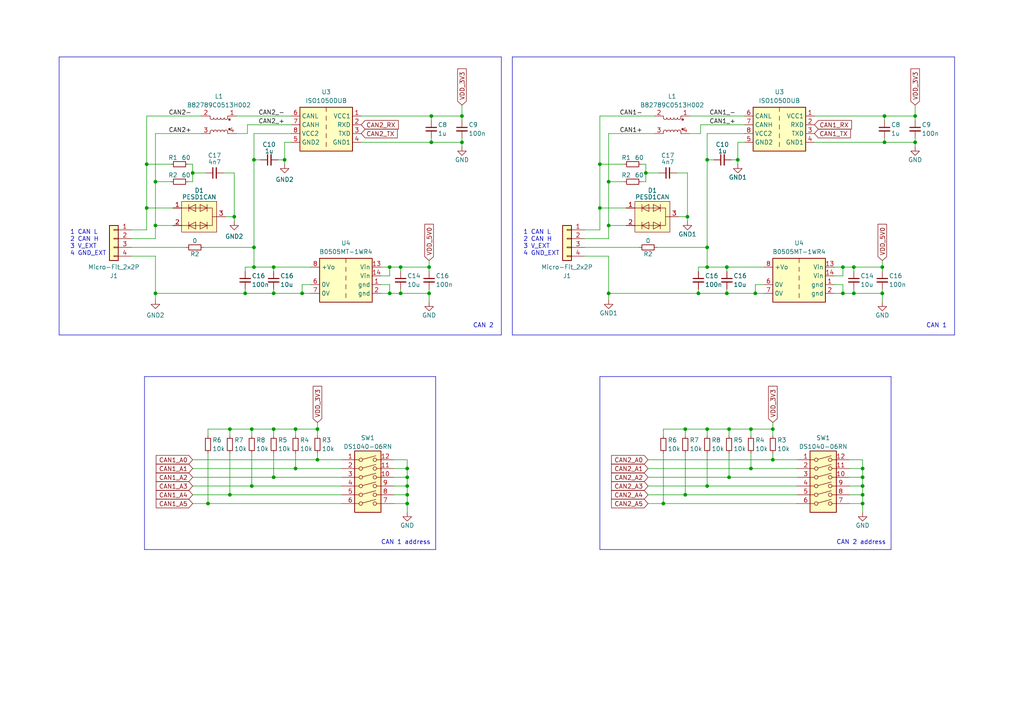
<source format=kicad_sch>
(kicad_sch (version 20230121) (generator eeschema)
  (paper "A4")
  (lib_symbols
    (symbol "Connector_Generic:Conn_01x04" (pin_names (offset 1.016) hide)
      (property "Reference" "J" (at 0 5.08 0))
      (property "Value" "Conn_01x04" (at 0 -7.62 0))
      (symbol "Conn_01x04_1_1"
        (pin passive line (at -5.08 2.54 0) (length 3.81) (name "Pin_1") (number "1"))
        (pin passive line (at -5.08 0 0) (length 3.81) (name "Pin_2") (number "2"))
        (pin passive line (at -5.08 -2.54 0) (length 3.81) (name "Pin_3") (number "3"))
        (pin passive line (at -5.08 -5.08 0) (length 3.81) (name "Pin_4") (number "4"))
      )
    )
    (symbol "Device:C_Small" (pin_numbers hide) (pin_names (offset 0.254) hide)
      (property "Reference" "C" (at 0.254 1.778 0))
      (property "Value" "C_Small" (at 0.254 -2.032 0))
      (symbol "C_Small_1_1"
        (pin passive line (at 0 2.54 270) (length 2.032) (name "~") (number "1"))
        (pin passive line (at 0 -2.54 90) (length 2.032) (name "~") (number "2"))
      )
    )
    (symbol "Device:L_Coupled_1243" (pin_names (offset 0.254) hide)
      (property "Reference" "L" (at 0 4.445 0))
      (property "Value" "L_Coupled_1243" (at 0 -4.445 0))
      (symbol "L_Coupled_1243_1_1"
        (pin passive line (at -5.08 2.54 0) (length 2.54) (name "1") (number "1"))
        (pin passive line (at 5.08 2.54 180) (length 2.54) (name "2") (number "2"))
        (pin passive line (at 5.08 -2.54 180) (length 2.54) (name "3") (number "3"))
        (pin passive line (at -5.08 -2.54 0) (length 2.54) (name "4") (number "4"))
      )
    )
    (symbol "Device:R_Small" (pin_numbers hide) (pin_names (offset 0.254) hide)
      (property "Reference" "R" (at 0.762 0.508 0))
      (property "Value" "R_Small" (at 0.762 -1.016 0))
      (symbol "R_Small_1_1"
        (pin passive line (at 0 2.54 270) (length 0.762) (name "~") (number "1"))
        (pin passive line (at 0 -2.54 90) (length 0.762) (name "~") (number "2"))
      )
    )
    (symbol "ISO1050DUB_1"
      (property "Reference" "U4" (at 0 9.525 0))
      (property "Value" "ISO1050DUB" (at 0 6.985 0))
      (symbol "ISO1050DUB_1_1_1"
        (pin input line (at -10.16 -2.54 0) (length 2.54) (name "gnd") (number "1"))
        (pin power_in line (at -10.16 2.54 0) (length 2.54) (name "Vin") (number "13"))
        (pin output line (at -10.16 0 0) (length 2.54) (name "Vin") (number "14"))
        (pin power_in line (at -10.16 -5.08 0) (length 2.54) (name "gnd") (number "2"))
        (pin power_in line (at 10.16 -2.54 180) (length 2.54) (name "0V") (number "6"))
        (pin power_in line (at 10.16 -5.08 180) (length 2.54) (name "0V") (number "7"))
        (pin bidirectional line (at 10.16 2.54 180) (length 2.54) (name "+Vo") (number "8"))
      )
    )
    (symbol "Interface_CAN_LIN:ISO1050DUB"
      (property "Reference" "U3" (at 0 9.525 0))
      (property "Value" "ISO1050DUB" (at 0 6.985 0))
      (symbol "ISO1050DUB_1_1"
        (pin power_in line (at -10.16 2.54 0) (length 2.54) (name "VCC1") (number "1"))
        (pin output line (at -10.16 0 0) (length 2.54) (name "RXD") (number "2"))
        (pin input line (at -10.16 -2.54 0) (length 2.54) (name "TXD") (number "3"))
        (pin power_in line (at -10.16 -5.08 0) (length 2.54) (name "GND1") (number "4"))
        (pin power_in line (at 10.16 -5.08 180) (length 2.54) (name "GND2") (number "5"))
        (pin bidirectional line (at 10.16 2.54 180) (length 2.54) (name "CANL") (number "6"))
        (pin bidirectional line (at 10.16 0 180) (length 2.54) (name "CANH") (number "7"))
        (pin power_in line (at 10.16 -2.54 180) (length 2.54) (name "VCC2") (number "8"))
      )
    )
    (symbol "Power_Protection:PRTR5V0U2X" (pin_names (offset 0))
      (property "Reference" "D1" (at -7.62 0 90))
      (property "Value" "PESD1CAN" (at -5.715 2.54 90))
      (symbol "PRTR5V0U2X_1_1"
        (pin passive line (at -2.54 -5.08 90) (length 2.54) (name "") (number "1"))
        (pin passive line (at 2.54 -5.08 90) (length 2.54) (name "") (number "2"))
        (pin passive line (at 0 10.16 270) (length 2.54) (name "") (number "3"))
      )
    )
    (symbol "Switch:SW_DIP_x06" (pin_names (offset 0) hide)
      (property "Reference" "SW" (at 0 11.43 0))
      (property "Value" "SW_DIP_x06" (at 0 -8.89 0))
      (symbol "SW_DIP_x06_1_1"
        (pin passive line (at -7.62 7.62 0) (length 5.08) (name "~") (number "1"))
        (pin passive line (at 7.62 2.54 180) (length 5.08) (name "~") (number "10"))
        (pin passive line (at 7.62 5.08 180) (length 5.08) (name "~") (number "11"))
        (pin passive line (at 7.62 7.62 180) (length 5.08) (name "~") (number "12"))
        (pin passive line (at -7.62 5.08 0) (length 5.08) (name "~") (number "2"))
        (pin passive line (at -7.62 2.54 0) (length 5.08) (name "~") (number "3"))
        (pin passive line (at -7.62 0 0) (length 5.08) (name "~") (number "4"))
        (pin passive line (at -7.62 -2.54 0) (length 5.08) (name "~") (number "5"))
        (pin passive line (at -7.62 -5.08 0) (length 5.08) (name "~") (number "6"))
        (pin passive line (at 7.62 -5.08 180) (length 5.08) (name "~") (number "7"))
        (pin passive line (at 7.62 -2.54 180) (length 5.08) (name "~") (number "8"))
        (pin passive line (at 7.62 0 180) (length 5.08) (name "~") (number "9"))
      )
    )
    (symbol "power:GND" (power) (pin_names (offset 0))
      (property "Value" "GND" (at 0 -3.81 0))
      (symbol "GND_1_1"
        (pin power_in line (at 0 0 270) (length 0) hide (name "GND") (number "1"))
      )
    )
    (symbol "power:GND1" (power) (pin_names (offset 0))
      (property "Value" "GND1" (at 0 -3.81 0))
      (symbol "GND1_1_1"
        (pin power_in line (at 0 0 270) (length 0) hide (name "GND1") (number "1"))
      )
    )
    (symbol "power:GND2" (power) (pin_names (offset 0))
      (property "Value" "GND2" (at 0 -3.81 0))
      (symbol "GND2_1_1"
        (pin power_in line (at 0 0 270) (length 0) hide (name "GND2") (number "1"))
      )
    )
  )
  (junction (at 255.905 77.47))
  (junction (at 250.19 138.43))
  (junction (at 113.03 85.09))
  (junction (at 116.205 85.09))
  (junction (at 45.085 85.09))
  (junction (at 176.53 65.405))
  (junction (at 55.88 50.165))
  (junction (at 133.985 41.275))
  (junction (at 211.455 138.43))
  (junction (at 255.905 85.09))
  (junction (at 42.545 60.325))
  (junction (at 73.025 140.97))
  (junction (at 85.725 135.89))
  (junction (at 133.985 33.655))
  (junction (at 118.11 135.89))
  (junction (at 85.725 124.46))
  (junction (at 187.325 50.165))
  (junction (at 224.155 133.35))
  (junction (at 73.66 77.47))
  (junction (at 67.945 62.865))
  (junction (at 79.375 124.46))
  (junction (at 66.675 124.46))
  (junction (at 118.11 140.97))
  (junction (at 176.53 85.09))
  (junction (at 92.075 133.35))
  (junction (at 205.105 124.46))
  (junction (at 113.03 77.47))
  (junction (at 73.66 46.355))
  (junction (at 224.155 124.46))
  (junction (at 199.39 62.865))
  (junction (at 79.375 77.47))
  (junction (at 256.54 33.655))
  (junction (at 244.475 77.47))
  (junction (at 265.43 41.275))
  (junction (at 219.075 85.09))
  (junction (at 71.12 85.09))
  (junction (at 217.805 135.89))
  (junction (at 205.105 140.97))
  (junction (at 211.455 124.46))
  (junction (at 198.755 124.46))
  (junction (at 244.475 85.09))
  (junction (at 118.11 143.51))
  (junction (at 124.46 85.09))
  (junction (at 118.11 146.05))
  (junction (at 60.325 146.05))
  (junction (at 118.11 138.43))
  (junction (at 125.095 33.655))
  (junction (at 125.095 41.275))
  (junction (at 250.19 146.05))
  (junction (at 173.99 60.325))
  (junction (at 210.82 85.09))
  (junction (at 247.65 85.09))
  (junction (at 205.105 71.755))
  (junction (at 116.205 77.47))
  (junction (at 210.82 77.47))
  (junction (at 176.53 52.705))
  (junction (at 42.545 47.625))
  (junction (at 87.63 85.09))
  (junction (at 45.085 52.705))
  (junction (at 79.375 138.43))
  (junction (at 82.55 46.355))
  (junction (at 250.19 143.51))
  (junction (at 173.99 47.625))
  (junction (at 192.405 146.05))
  (junction (at 205.105 77.47))
  (junction (at 66.675 143.51))
  (junction (at 256.54 41.275))
  (junction (at 124.46 77.47))
  (junction (at 217.805 124.46))
  (junction (at 92.075 124.46))
  (junction (at 73.66 71.755))
  (junction (at 247.65 77.47))
  (junction (at 250.19 140.97))
  (junction (at 79.375 85.09))
  (junction (at 205.105 46.355))
  (junction (at 45.085 65.405))
  (junction (at 202.565 85.09))
  (junction (at 250.19 135.89))
  (junction (at 73.025 124.46))
  (junction (at 265.43 33.655))
  (junction (at 213.995 46.355))
  (junction (at 198.755 143.51))
  (wire (pts (xy 224.155 124.46) (xy 224.155 126.365)))
  (wire (pts (xy 250.19 140.97) (xy 250.19 143.51)))
  (wire (pts (xy 187.325 47.625) (xy 187.325 50.165)))
  (wire (pts (xy 42.545 33.655) (xy 42.545 47.625)))
  (wire (pts (xy 79.375 77.47) (xy 79.375 78.74)))
  (wire (pts (xy 45.085 38.735) (xy 45.085 52.705)))
  (wire (pts (xy 85.725 124.46) (xy 85.725 126.365)))
  (wire (pts (xy 118.11 138.43) (xy 118.11 140.97)))
  (wire (pts (xy 187.96 146.05) (xy 192.405 146.05)))
  (wire (pts (xy 265.43 30.48) (xy 265.43 33.655)))
  (wire (pts (xy 38.1 71.755) (xy 53.975 71.755)))
  (wire (pts (xy 114.3 135.89) (xy 118.11 135.89)))
  (wire (pts (xy 247.65 77.47) (xy 247.65 78.74)))
  (wire (pts (xy 65.405 62.865) (xy 67.945 62.865)))
  (wire (pts (xy 60.325 146.05) (xy 99.06 146.05)))
  (wire (pts (xy 192.405 146.05) (xy 231.14 146.05)))
  (wire (pts (xy 73.66 71.755) (xy 73.66 77.47)))
  (wire (pts (xy 246.38 138.43) (xy 250.19 138.43)))
  (wire (pts (xy 73.66 77.47) (xy 79.375 77.47)))
  (wire (pts (xy 125.095 33.655) (xy 133.985 33.655)))
  (wire (pts (xy 79.375 131.445) (xy 79.375 138.43)))
  (wire (pts (xy 219.075 85.09) (xy 221.615 85.09)))
  (wire (pts (xy 173.99 60.325) (xy 181.61 60.325)))
  (wire (pts (xy 250.19 146.05) (xy 250.19 148.59)))
  (wire (pts (xy 215.9 41.275) (xy 213.995 41.275)))
  (wire (pts (xy 82.55 41.275) (xy 82.55 46.355)))
  (wire (pts (xy 205.105 38.735) (xy 215.9 38.735)))
  (wire (pts (xy 104.775 41.275) (xy 125.095 41.275)))
  (wire (pts (xy 55.88 135.89) (xy 85.725 135.89)))
  (wire (pts (xy 114.3 143.51) (xy 118.11 143.51)))
  (wire (pts (xy 217.805 124.46) (xy 224.155 124.46)))
  (wire (pts (xy 246.38 146.05) (xy 250.19 146.05)))
  (wire (pts (xy 187.96 140.97) (xy 205.105 140.97)))
  (wire (pts (xy 173.99 60.325) (xy 173.99 66.675)))
  (wire (pts (xy 265.43 33.655) (xy 265.43 34.925)))
  (wire (pts (xy 87.63 85.09) (xy 90.17 85.09)))
  (wire (pts (xy 173.99 47.625) (xy 173.99 60.325)))
  (wire (pts (xy 42.545 60.325) (xy 50.165 60.325)))
  (wire (pts (xy 211.455 124.46) (xy 211.455 126.365)))
  (wire (pts (xy 85.725 124.46) (xy 92.075 124.46)))
  (wire (pts (xy 113.03 77.47) (xy 116.205 77.47)))
  (wire (pts (xy 210.82 77.47) (xy 210.82 78.74)))
  (polyline (pts (xy 17.145 16.51) (xy 145.415 16.51)))
  (polyline (pts (xy 173.99 109.22) (xy 258.445 109.22)))
  (wire (pts (xy 85.725 131.445) (xy 85.725 135.89)))
  (wire (pts (xy 213.995 46.355) (xy 213.995 47.625)))
  (wire (pts (xy 250.19 135.89) (xy 250.19 138.43)))
  (wire (pts (xy 176.53 52.705) (xy 180.975 52.705)))
  (wire (pts (xy 198.755 124.46) (xy 205.105 124.46)))
  (wire (pts (xy 113.03 85.09) (xy 116.205 85.09)))
  (wire (pts (xy 186.055 47.625) (xy 187.325 47.625)))
  (wire (pts (xy 54.61 52.705) (xy 55.88 52.705)))
  (wire (pts (xy 45.085 74.295) (xy 45.085 85.09)))
  (wire (pts (xy 256.54 40.005) (xy 256.54 41.275)))
  (wire (pts (xy 68.58 33.655) (xy 84.455 33.655)))
  (wire (pts (xy 186.055 52.705) (xy 187.325 52.705)))
  (wire (pts (xy 250.19 138.43) (xy 250.19 140.97)))
  (wire (pts (xy 55.88 143.51) (xy 66.675 143.51)))
  (wire (pts (xy 247.65 85.09) (xy 255.905 85.09)))
  (wire (pts (xy 82.55 46.355) (xy 82.55 47.625)))
  (wire (pts (xy 45.085 85.09) (xy 71.12 85.09)))
  (wire (pts (xy 55.88 133.35) (xy 92.075 133.35)))
  (wire (pts (xy 256.54 33.655) (xy 265.43 33.655)))
  (wire (pts (xy 205.105 46.355) (xy 205.105 71.755)))
  (wire (pts (xy 244.475 80.01) (xy 244.475 77.47)))
  (wire (pts (xy 79.375 138.43) (xy 99.06 138.43)))
  (wire (pts (xy 247.65 77.47) (xy 255.905 77.47)))
  (wire (pts (xy 124.46 85.09) (xy 124.46 87.63)))
  (wire (pts (xy 110.49 85.09) (xy 113.03 85.09)))
  (wire (pts (xy 199.39 62.865) (xy 199.39 64.135)))
  (wire (pts (xy 246.38 140.97) (xy 250.19 140.97)))
  (wire (pts (xy 200.025 33.655) (xy 215.9 33.655)))
  (wire (pts (xy 73.025 124.46) (xy 73.025 126.365)))
  (wire (pts (xy 224.155 122.555) (xy 224.155 124.46)))
  (wire (pts (xy 118.11 146.05) (xy 118.11 148.59)))
  (polyline (pts (xy 145.415 16.51) (xy 145.415 97.155)))
  (wire (pts (xy 66.675 143.51) (xy 99.06 143.51)))
  (wire (pts (xy 42.545 33.655) (xy 58.42 33.655)))
  (wire (pts (xy 176.53 52.705) (xy 176.53 65.405)))
  (wire (pts (xy 256.54 41.275) (xy 265.43 41.275)))
  (wire (pts (xy 211.455 131.445) (xy 211.455 138.43)))
  (wire (pts (xy 247.65 83.82) (xy 247.65 85.09)))
  (wire (pts (xy 176.53 65.405) (xy 181.61 65.405)))
  (wire (pts (xy 90.17 82.55) (xy 87.63 82.55)))
  (wire (pts (xy 207.01 46.355) (xy 205.105 46.355)))
  (wire (pts (xy 205.105 46.355) (xy 205.105 38.735)))
  (wire (pts (xy 71.755 38.735) (xy 68.58 38.735)))
  (wire (pts (xy 187.96 133.35) (xy 224.155 133.35)))
  (wire (pts (xy 210.82 77.47) (xy 221.615 77.47)))
  (wire (pts (xy 198.755 143.51) (xy 231.14 143.51)))
  (wire (pts (xy 217.805 135.89) (xy 231.14 135.89)))
  (wire (pts (xy 202.565 77.47) (xy 205.105 77.47)))
  (wire (pts (xy 205.105 71.755) (xy 205.105 77.47)))
  (wire (pts (xy 66.675 131.445) (xy 66.675 143.51)))
  (wire (pts (xy 265.43 41.275) (xy 265.43 42.545)))
  (wire (pts (xy 217.805 124.46) (xy 217.805 126.365)))
  (wire (pts (xy 246.38 133.35) (xy 250.19 133.35)))
  (wire (pts (xy 66.675 124.46) (xy 73.025 124.46)))
  (wire (pts (xy 79.375 124.46) (xy 85.725 124.46)))
  (wire (pts (xy 71.755 36.195) (xy 71.755 38.735)))
  (wire (pts (xy 217.805 131.445) (xy 217.805 135.89)))
  (wire (pts (xy 45.085 52.705) (xy 49.53 52.705)))
  (wire (pts (xy 241.935 85.09) (xy 244.475 85.09)))
  (wire (pts (xy 42.545 47.625) (xy 49.53 47.625)))
  (wire (pts (xy 84.455 41.275) (xy 82.55 41.275)))
  (wire (pts (xy 205.105 131.445) (xy 205.105 140.97)))
  (wire (pts (xy 133.985 33.655) (xy 133.985 34.925)))
  (wire (pts (xy 176.53 85.09) (xy 176.53 86.995)))
  (wire (pts (xy 45.085 38.735) (xy 58.42 38.735)))
  (polyline (pts (xy 276.86 16.51) (xy 276.86 97.155)))
  (wire (pts (xy 211.455 138.43) (xy 231.14 138.43)))
  (wire (pts (xy 42.545 60.325) (xy 42.545 66.675)))
  (wire (pts (xy 187.96 135.89) (xy 217.805 135.89)))
  (wire (pts (xy 205.105 77.47) (xy 210.82 77.47)))
  (wire (pts (xy 42.545 47.625) (xy 42.545 60.325)))
  (polyline (pts (xy 173.99 159.385) (xy 173.99 109.22)))
  (wire (pts (xy 219.075 82.55) (xy 219.075 85.09)))
  (wire (pts (xy 66.675 124.46) (xy 66.675 126.365)))
  (polyline (pts (xy 17.145 97.155) (xy 17.145 16.51)))
  (wire (pts (xy 118.11 140.97) (xy 118.11 143.51)))
  (wire (pts (xy 241.935 82.55) (xy 244.475 82.55)))
  (wire (pts (xy 118.11 143.51) (xy 118.11 146.05)))
  (wire (pts (xy 198.755 131.445) (xy 198.755 143.51)))
  (wire (pts (xy 64.77 50.165) (xy 67.945 50.165)))
  (wire (pts (xy 250.19 133.35) (xy 250.19 135.89)))
  (wire (pts (xy 236.22 41.275) (xy 256.54 41.275)))
  (wire (pts (xy 75.565 46.355) (xy 73.66 46.355)))
  (wire (pts (xy 244.475 82.55) (xy 244.475 85.09)))
  (wire (pts (xy 213.995 41.275) (xy 213.995 46.355)))
  (wire (pts (xy 192.405 126.365) (xy 192.405 124.46)))
  (wire (pts (xy 38.1 66.675) (xy 42.545 66.675)))
  (wire (pts (xy 176.53 65.405) (xy 176.53 69.215)))
  (wire (pts (xy 110.49 80.01) (xy 113.03 80.01)))
  (wire (pts (xy 192.405 124.46) (xy 198.755 124.46)))
  (wire (pts (xy 79.375 77.47) (xy 90.17 77.47)))
  (wire (pts (xy 241.935 77.47) (xy 244.475 77.47)))
  (wire (pts (xy 187.96 138.43) (xy 211.455 138.43)))
  (wire (pts (xy 210.82 85.09) (xy 219.075 85.09)))
  (wire (pts (xy 169.545 71.755) (xy 185.42 71.755)))
  (wire (pts (xy 202.565 83.82) (xy 202.565 85.09)))
  (wire (pts (xy 60.325 131.445) (xy 60.325 146.05)))
  (wire (pts (xy 55.88 50.165) (xy 59.69 50.165)))
  (wire (pts (xy 67.945 50.165) (xy 67.945 62.865)))
  (wire (pts (xy 55.88 146.05) (xy 60.325 146.05)))
  (wire (pts (xy 124.46 77.47) (xy 124.46 78.74)))
  (wire (pts (xy 173.99 33.655) (xy 173.99 47.625)))
  (polyline (pts (xy 148.59 97.155) (xy 276.86 97.155)))
  (wire (pts (xy 265.43 40.005) (xy 265.43 41.275)))
  (wire (pts (xy 73.025 131.445) (xy 73.025 140.97)))
  (wire (pts (xy 110.49 77.47) (xy 113.03 77.47)))
  (polyline (pts (xy 126.365 109.22) (xy 126.365 159.385)))
  (wire (pts (xy 250.19 143.51) (xy 250.19 146.05)))
  (wire (pts (xy 67.945 62.865) (xy 67.945 64.135)))
  (wire (pts (xy 116.205 85.09) (xy 124.46 85.09)))
  (wire (pts (xy 79.375 85.09) (xy 87.63 85.09)))
  (wire (pts (xy 187.325 50.165) (xy 191.135 50.165)))
  (polyline (pts (xy 148.59 97.155) (xy 148.59 16.51)))
  (wire (pts (xy 104.775 33.655) (xy 125.095 33.655)))
  (polyline (pts (xy 41.91 159.385) (xy 41.91 109.22)))
  (wire (pts (xy 84.455 36.195) (xy 71.755 36.195)))
  (wire (pts (xy 255.905 77.47) (xy 255.905 78.74)))
  (wire (pts (xy 133.985 41.275) (xy 133.985 42.545)))
  (wire (pts (xy 205.105 140.97) (xy 231.14 140.97)))
  (wire (pts (xy 45.085 52.705) (xy 45.085 65.405)))
  (wire (pts (xy 73.025 140.97) (xy 99.06 140.97)))
  (wire (pts (xy 45.085 65.405) (xy 50.165 65.405)))
  (wire (pts (xy 176.53 38.735) (xy 176.53 52.705)))
  (wire (pts (xy 246.38 143.51) (xy 250.19 143.51)))
  (wire (pts (xy 198.755 124.46) (xy 198.755 126.365)))
  (wire (pts (xy 255.905 75.565) (xy 255.905 77.47)))
  (wire (pts (xy 173.99 33.655) (xy 189.865 33.655)))
  (wire (pts (xy 114.3 133.35) (xy 118.11 133.35)))
  (wire (pts (xy 190.5 71.755) (xy 205.105 71.755)))
  (wire (pts (xy 212.09 46.355) (xy 213.995 46.355)))
  (wire (pts (xy 125.095 33.655) (xy 125.095 34.925)))
  (wire (pts (xy 169.545 66.675) (xy 173.99 66.675)))
  (wire (pts (xy 59.055 71.755) (xy 73.66 71.755)))
  (wire (pts (xy 255.905 83.82) (xy 255.905 85.09)))
  (polyline (pts (xy 148.59 16.51) (xy 276.86 16.51)))
  (wire (pts (xy 196.215 50.165) (xy 199.39 50.165)))
  (wire (pts (xy 202.565 85.09) (xy 210.82 85.09)))
  (wire (pts (xy 85.725 135.89) (xy 99.06 135.89)))
  (wire (pts (xy 87.63 82.55) (xy 87.63 85.09)))
  (wire (pts (xy 116.205 77.47) (xy 116.205 78.74)))
  (wire (pts (xy 236.22 33.655) (xy 256.54 33.655)))
  (wire (pts (xy 71.12 77.47) (xy 73.66 77.47)))
  (wire (pts (xy 205.105 124.46) (xy 205.105 126.365)))
  (wire (pts (xy 202.565 77.47) (xy 202.565 78.74)))
  (wire (pts (xy 244.475 77.47) (xy 247.65 77.47)))
  (wire (pts (xy 187.325 52.705) (xy 187.325 50.165)))
  (polyline (pts (xy 41.91 159.385) (xy 126.365 159.385)))
  (wire (pts (xy 173.99 47.625) (xy 180.975 47.625)))
  (wire (pts (xy 125.095 41.275) (xy 133.985 41.275)))
  (wire (pts (xy 203.2 38.735) (xy 200.025 38.735)))
  (wire (pts (xy 92.075 133.35) (xy 99.06 133.35)))
  (wire (pts (xy 116.205 83.82) (xy 116.205 85.09)))
  (wire (pts (xy 210.82 83.82) (xy 210.82 85.09)))
  (wire (pts (xy 92.075 124.46) (xy 92.075 126.365)))
  (wire (pts (xy 38.1 69.215) (xy 45.085 69.215)))
  (wire (pts (xy 92.075 131.445) (xy 92.075 133.35)))
  (wire (pts (xy 221.615 82.55) (xy 219.075 82.55)))
  (polyline (pts (xy 173.99 159.385) (xy 258.445 159.385)))
  (wire (pts (xy 55.88 138.43) (xy 79.375 138.43)))
  (wire (pts (xy 116.205 77.47) (xy 124.46 77.47)))
  (wire (pts (xy 113.03 82.55) (xy 113.03 85.09)))
  (wire (pts (xy 256.54 33.655) (xy 256.54 34.925)))
  (wire (pts (xy 176.53 74.295) (xy 176.53 85.09)))
  (wire (pts (xy 124.46 75.565) (xy 124.46 77.47)))
  (wire (pts (xy 133.985 30.48) (xy 133.985 33.655)))
  (wire (pts (xy 176.53 74.295) (xy 169.545 74.295)))
  (wire (pts (xy 114.3 146.05) (xy 118.11 146.05)))
  (wire (pts (xy 114.3 140.97) (xy 118.11 140.97)))
  (wire (pts (xy 211.455 124.46) (xy 217.805 124.46)))
  (wire (pts (xy 71.12 83.82) (xy 71.12 85.09)))
  (wire (pts (xy 60.325 126.365) (xy 60.325 124.46)))
  (wire (pts (xy 80.645 46.355) (xy 82.55 46.355)))
  (wire (pts (xy 199.39 50.165) (xy 199.39 62.865)))
  (wire (pts (xy 79.375 124.46) (xy 79.375 126.365)))
  (wire (pts (xy 73.66 38.735) (xy 84.455 38.735)))
  (wire (pts (xy 246.38 135.89) (xy 250.19 135.89)))
  (wire (pts (xy 244.475 85.09) (xy 247.65 85.09)))
  (wire (pts (xy 55.88 140.97) (xy 73.025 140.97)))
  (wire (pts (xy 45.085 85.09) (xy 45.085 86.995)))
  (wire (pts (xy 169.545 69.215) (xy 176.53 69.215)))
  (wire (pts (xy 71.12 85.09) (xy 79.375 85.09)))
  (wire (pts (xy 45.085 65.405) (xy 45.085 69.215)))
  (wire (pts (xy 255.905 85.09) (xy 255.905 87.63)))
  (wire (pts (xy 71.12 77.47) (xy 71.12 78.74)))
  (wire (pts (xy 45.085 74.295) (xy 38.1 74.295)))
  (polyline (pts (xy 41.91 109.22) (xy 126.365 109.22)))
  (wire (pts (xy 114.3 138.43) (xy 118.11 138.43)))
  (wire (pts (xy 73.66 46.355) (xy 73.66 38.735)))
  (wire (pts (xy 205.105 124.46) (xy 211.455 124.46)))
  (wire (pts (xy 92.075 122.555) (xy 92.075 124.46)))
  (wire (pts (xy 124.46 83.82) (xy 124.46 85.09)))
  (wire (pts (xy 110.49 82.55) (xy 113.03 82.55)))
  (polyline (pts (xy 17.145 97.155) (xy 145.415 97.155)))
  (wire (pts (xy 54.61 47.625) (xy 55.88 47.625)))
  (wire (pts (xy 125.095 40.005) (xy 125.095 41.275)))
  (wire (pts (xy 79.375 83.82) (xy 79.375 85.09)))
  (wire (pts (xy 187.96 143.51) (xy 198.755 143.51)))
  (wire (pts (xy 55.88 47.625) (xy 55.88 50.165)))
  (wire (pts (xy 55.88 52.705) (xy 55.88 50.165)))
  (wire (pts (xy 203.2 36.195) (xy 203.2 38.735)))
  (wire (pts (xy 176.53 85.09) (xy 202.565 85.09)))
  (wire (pts (xy 73.025 124.46) (xy 79.375 124.46)))
  (wire (pts (xy 203.2 36.195) (xy 215.9 36.195)))
  (wire (pts (xy 224.155 131.445) (xy 224.155 133.35)))
  (wire (pts (xy 73.66 46.355) (xy 73.66 71.755)))
  (wire (pts (xy 133.985 40.005) (xy 133.985 41.275)))
  (wire (pts (xy 113.03 80.01) (xy 113.03 77.47)))
  (wire (pts (xy 192.405 131.445) (xy 192.405 146.05)))
  (wire (pts (xy 224.155 133.35) (xy 231.14 133.35)))
  (wire (pts (xy 196.85 62.865) (xy 199.39 62.865)))
  (wire (pts (xy 241.935 80.01) (xy 244.475 80.01)))
  (wire (pts (xy 60.325 124.46) (xy 66.675 124.46)))
  (wire (pts (xy 118.11 133.35) (xy 118.11 135.89)))
  (wire (pts (xy 176.53 38.735) (xy 189.865 38.735)))
  (wire (pts (xy 118.11 135.89) (xy 118.11 138.43)))
  (polyline (pts (xy 258.445 109.22) (xy 258.445 159.385)))
  (text "CAN 1" (at 268.605 95.25 0) (effects (font (size 1.27 1.27)) (justify left bottom)))
  (text "1 CAN L\n2 CAN H\n3 V_EXT\n4 GND_EXT" (at 151.765 74.295 0) (effects (font (size 1.27 1.27)) (justify left bottom)))
  (text "1 CAN L\n2 CAN H\n3 V_EXT\n4 GND_EXT" (at 20.32 74.295 0) (effects (font (size 1.27 1.27)) (justify left bottom)))
  (text "CAN 1 address" (at 110.49 158.115 0) (effects (font (size 1.27 1.27)) (justify left bottom)))
  (text "CAN 2 address" (at 242.57 158.115 0) (effects (font (size 1.27 1.27)) (justify left bottom)))
  (text "CAN 2\n" (at 137.16 95.25 0) (effects (font (size 1.27 1.27)) (justify left bottom)))
  (label "CAN1_+" (at 205.74 36.195 0))
  (label "CAN1-" (at 179.705 33.655 0))
  (label "CAN1+" (at 179.705 38.735 0))
  (label "CAN2-" (at 48.895 33.655 0))
  (label "CAN2_-" (at 74.93 33.655 0))
  (label "CAN2+" (at 48.895 38.735 0))
  (label "CAN1_-" (at 205.74 33.655 0))
  (label "CAN2_+" (at 74.93 36.195 0))
  (global_label "CAN1_A3" (shape input) (at 55.88 140.97 180) (property "Intersheetrefs" "${INTERSHEET_REFS}" (effects hide)))
  (global_label "CAN1_A4" (shape input) (at 55.88 143.51 180) (property "Intersheetrefs" "${INTERSHEET_REFS}" (effects hide)))
  (global_label "VDD_3V3" (shape input) (at 224.155 122.555 90) (property "Intersheetrefs" "${INTERSHEET_REFS}" (effects hide)))
  (global_label "CAN2_A2" (shape input) (at 187.96 138.43 180) (property "Intersheetrefs" "${INTERSHEET_REFS}" (effects hide)))
  (global_label "CAN2_TX" (shape input) (at 104.775 38.735 0) (property "Intersheetrefs" "${INTERSHEET_REFS}" (effects hide)))
  (global_label "VDD_3V3" (shape input) (at 265.43 30.48 90) (property "Intersheetrefs" "${INTERSHEET_REFS}" (effects hide)))
  (global_label "VDD_3V3" (shape input) (at 92.075 122.555 90) (property "Intersheetrefs" "${INTERSHEET_REFS}" (effects hide)))
  (global_label "VDD_5V0" (shape input) (at 124.46 75.565 90) (property "Intersheetrefs" "${INTERSHEET_REFS}" (effects hide)))
  (global_label "CAN1_TX" (shape input) (at 236.22 38.735 0) (property "Intersheetrefs" "${INTERSHEET_REFS}" (effects hide)))
  (global_label "CAN1_A5" (shape input) (at 55.88 146.05 180) (property "Intersheetrefs" "${INTERSHEET_REFS}" (effects hide)))
  (global_label "CAN2_RX" (shape input) (at 104.775 36.195 0) (property "Intersheetrefs" "${INTERSHEET_REFS}" (effects hide)))
  (global_label "CAN1_A0" (shape input) (at 55.88 133.35 180) (property "Intersheetrefs" "${INTERSHEET_REFS}" (effects hide)))
  (global_label "CAN2_A4" (shape input) (at 187.96 143.51 180) (property "Intersheetrefs" "${INTERSHEET_REFS}" (effects hide)))
  (global_label "VDD_5V0" (shape input) (at 255.905 75.565 90) (property "Intersheetrefs" "${INTERSHEET_REFS}" (effects hide)))
  (global_label "CAN2_A1" (shape input) (at 187.96 135.89 180) (property "Intersheetrefs" "${INTERSHEET_REFS}" (effects hide)))
  (global_label "CAN2_A3" (shape input) (at 187.96 140.97 180) (property "Intersheetrefs" "${INTERSHEET_REFS}" (effects hide)))
  (global_label "CAN1_A1" (shape input) (at 55.88 135.89 180) (property "Intersheetrefs" "${INTERSHEET_REFS}" (effects hide)))
  (global_label "CAN2_A0" (shape input) (at 187.96 133.35 180) (property "Intersheetrefs" "${INTERSHEET_REFS}" (effects hide)))
  (global_label "CAN1_A2" (shape input) (at 55.88 138.43 180) (property "Intersheetrefs" "${INTERSHEET_REFS}" (effects hide)))
  (global_label "CAN2_A5" (shape input) (at 187.96 146.05 180) (property "Intersheetrefs" "${INTERSHEET_REFS}" (effects hide)))
  (global_label "CAN1_RX" (shape input) (at 236.22 36.195 0) (property "Intersheetrefs" "${INTERSHEET_REFS}" (effects hide)))
  (global_label "VDD_3V3" (shape input) (at 133.985 30.48 90) (property "Intersheetrefs" "${INTERSHEET_REFS}" (effects hide)))
  (symbol (lib_id "Device:C_Small") (at 62.23 50.165 90) (unit 1)
    (property "Reference" "C17" (at 62.23 45.085 90))
    (property "Value" "4n7" (at 62.23 46.99 90))
    (property "Footprint" "Capacitor_SMD:C_0805_2012Metric" (effects hide))
    (property "Ссылка" "https://www.chipdip.ru/product/grm216r71h472k" (effects hide))
    (property "Цена" "8" (effects hide))
    (property "Человекопонятное название" "Конденсатор 4.7нФ" (effects hide))
    (instances (project "impeller" (path "" (reference "C17") (unit 1)) (path "" (reference "C28") (unit 1))))
  )
  (symbol (lib_id "power:GND2") (at 67.945 64.135 0) (unit 1)
    (property "Reference" "#PWR013" (effects hide))
    (property "Value" "GND2" (at 67.945 68.58 0))
  )
  (symbol (lib_id "Device:C_Small") (at 125.095 37.465 0) (unit 1)
    (property "Reference" "C8" (at 127 36.195 0) (effects (justify left)))
    (property "Value" "1u" (at 127 38.735 0) (effects (justify left)))
    (property "Footprint" "Capacitor_SMD:C_0805_2012Metric" (effects hide))
    (property "Ссылка" "https://www.chipdip.ru/product/grm21br71e105k" (effects hide))
    (property "Цена" "13" (effects hide))
    (property "Человекопонятное название" "Конденсатор 1мкФ" (effects hide))
    (instances (project "impeller" (path "" (reference "C8") (unit 1)) (path "" (reference "C34") (unit 1))))
  )
  (symbol (lib_id "Device:C_Small") (at 210.82 81.28 0) (unit 1)
    (property "Reference" "C16" (at 212.725 80.01 0) (effects (justify left)))
    (property "Value" "10u" (at 212.725 82.55 0) (effects (justify left)))
    (property "Footprint" "Capacitor_SMD:C_0805_2012Metric" (effects hide))
    (property "Ссылка" "https://www.chipdip.ru/product/grm21br61e106ka73l" (effects hide))
    (property "Цена" "13" (effects hide))
    (property "Человекопонятное название" "Конденсатор 10мкФ" (effects hide))
    (instances (project "impeller" (path "" (reference "C16") (unit 1)) (path "" (reference "C39") (unit 1))))
  )
  (symbol (lib_id "Device:L_Coupled_1243") (at 194.945 36.195 0) (mirror y) (unit 1)
    (property "Reference" "L1" (at 194.945 27.94 0))
    (property "Value" "B82789C0513H002" (at 194.945 30.48 0))
    (property "Footprint" "user_lib:B82789C0513H002" (effects hide))
    (property "Ссылка" "https://www.chipdip.ru/product0/8002015174" (effects hide))
    (property "Цена" "510" (effects hide))
    (property "Человекопонятное название" "Подавитель синфазных помех" (effects hide))
    (instances (project "impeller" (path "" (reference "L1") (unit 1)) (path "" (reference "L2") (unit 1))))
  )
  (symbol (lib_id "power:GND") (at 250.19 148.59 0) (unit 1)
    (property "Reference" "#PWR07" (effects hide))
    (property "Value" "GND" (at 250.19 152.4 0))
    (instances (project "impeller" (path "" (reference "#PWR07") (unit 1)) (path "" (reference "#PWR021") (unit 1))))
  )
  (symbol (lib_id "power:GND2") (at 82.55 47.625 0) (unit 1)
    (property "Reference" "#PWR014" (effects hide))
    (property "Value" "GND2" (at 82.55 52.07 0))
  )
  (symbol (lib_name "ISO1050DUB_1") (lib_id "Interface_CAN_LIN:ISO1050DUB") (at 231.775 80.01 0) (mirror y) (unit 1)
    (property "Reference" "U4" (at 231.775 70.485 0))
    (property "Value" "B0505MT-1WR4" (at 231.775 73.025 0))
    (property "Footprint" "user_lib:B0505MT-1WR4" (effects hide))
    (property "Ссылка" "https://www.chipdip.ru/product0/8003333290" (effects hide))
    (property "Цена" "120" (effects hide))
    (property "Человекопонятное название" "DC/DC преобразователь" (effects hide))
    (instances (project "impeller" (path "" (reference "U4") (unit 1)) (path "" (reference "U7") (unit 1))))
  )
  (symbol (lib_id "power:GND") (at 255.905 87.63 0) (unit 1)
    (property "Reference" "#PWR02" (effects hide))
    (property "Value" "GND" (at 255.905 91.44 0))
    (instances (project "impeller" (path "" (reference "#PWR02") (unit 1)) (path "" (reference "#PWR022") (unit 1))))
  )
  (symbol (lib_id "Device:R_Small") (at 73.025 128.905 0) (unit 1)
    (property "Reference" "R8" (at 74.295 127.635 0) (effects (justify left)))
    (property "Value" "10k" (at 74.295 130.175 0) (effects (justify left)))
    (property "Footprint" "Resistor_SMD:R_0805_2012Metric" (effects hide))
    (property "Ссылка" "https://www.chipdip.ru/product/0.125w-0805-10-kom-5" (effects hide))
    (property "Цена" "5" (effects hide))
    (property "Человекопонятное название" "Резистор 10k Ом" (effects hide))
    (instances (project "impeller" (path "" (reference "R8") (unit 1)) (path "" (reference "R10") (unit 1))))
  )
  (symbol (lib_name "ISO1050DUB_1") (lib_id "Interface_CAN_LIN:ISO1050DUB") (at 100.33 80.01 0) (mirror y) (unit 1)
    (property "Reference" "U4" (at 100.33 70.485 0))
    (property "Value" "B0505MT-1WR4" (at 100.33 73.025 0))
    (property "Footprint" "user_lib:B0505MT-1WR4" (effects hide))
    (property "Ссылка" "https://www.chipdip.ru/product0/8003333290" (effects hide))
    (property "Цена" "120" (effects hide))
    (property "Человекопонятное название" "DC/DC преобразователь" (effects hide))
    (instances (project "impeller" (path "" (reference "U4") (unit 1)) (path "" (reference "U5") (unit 1))))
  )
  (symbol (lib_id "Device:C_Small") (at 124.46 81.28 0) (unit 1)
    (property "Reference" "C16" (at 126.365 80.01 0) (effects (justify left)))
    (property "Value" "100n" (at 126.365 82.55 0) (effects (justify left)))
    (property "Footprint" "Capacitor_SMD:C_0805_2012Metric" (effects hide))
    (property "Ссылка" "https://www.chipdip.ru/product/grm21br71h104k" (effects hide))
    (property "Цена" "13" (effects hide))
    (property "Человекопонятное название" "Конденсатор 100нФ" (effects hide))
    (instances (project "impeller" (path "" (reference "C16") (unit 1)) (path "" (reference "C33") (unit 1))))
  )
  (symbol (lib_id "Device:R_Small") (at 192.405 128.905 0) (unit 1)
    (property "Reference" "R6" (at 193.675 127.635 0) (effects (justify left)))
    (property "Value" "10k" (at 193.675 130.175 0) (effects (justify left)))
    (property "Footprint" "Resistor_SMD:R_0805_2012Metric" (effects hide))
    (property "Ссылка" "https://www.chipdip.ru/product/0.125w-0805-10-kom-5" (effects hide))
    (property "Цена" "5" (effects hide))
    (property "Человекопонятное название" "Резистор 10k Ом" (effects hide))
    (instances (project "impeller" (path "" (reference "R6") (unit 1)) (path "" (reference "R17") (unit 1))))
  )
  (symbol (lib_id "Device:C_Small") (at 209.55 46.355 90) (unit 1)
    (property "Reference" "C10" (at 211.455 41.91 90) (effects (justify left)))
    (property "Value" "1u" (at 210.82 43.815 90) (effects (justify left)))
    (property "Footprint" "Capacitor_SMD:C_0805_2012Metric" (effects hide))
    (property "Ссылка" "https://www.chipdip.ru/product/grm21br71e105k" (effects hide))
    (property "Цена" "13" (effects hide))
    (property "Человекопонятное название" "Конденсатор 1мкФ" (effects hide))
    (instances (project "impeller" (path "" (reference "C10") (unit 1)) (path "" (reference "C38") (unit 1))))
  )
  (symbol (lib_id "Device:C_Small") (at 133.985 37.465 0) (unit 1)
    (property "Reference" "C9" (at 135.89 36.195 0) (effects (justify left)))
    (property "Value" "100n" (at 135.89 38.735 0) (effects (justify left)))
    (property "Footprint" "Capacitor_SMD:C_0805_2012Metric" (effects hide))
    (property "Ссылка" "https://www.chipdip.ru/product/grm21br71h104k" (effects hide))
    (property "Цена" "13" (effects hide))
    (property "Человекопонятное название" "Конденсатор 100нФ" (effects hide))
    (instances (project "impeller" (path "" (reference "C9") (unit 1)) (path "" (reference "C35") (unit 1))))
  )
  (symbol (lib_id "Device:R_Small") (at 183.515 47.625 90) (unit 1)
    (property "Reference" "R1" (at 181.61 45.72 90))
    (property "Value" "60" (at 185.42 45.72 90))
    (property "Footprint" "Resistor_SMD:R_0603_1608Metric" (effects hide))
    (property "Человекопонятное название" "Резистор 60 Ом" (effects hide))
    (instances (project "impeller" (path "" (reference "R1") (unit 1)) (path "" (reference "R14") (unit 1))))
  )
  (symbol (lib_id "Device:C_Small") (at 193.675 50.165 90) (unit 1)
    (property "Reference" "C17" (at 193.675 45.085 90))
    (property "Value" "4n7" (at 193.675 46.99 90))
    (property "Footprint" "Capacitor_SMD:C_0805_2012Metric" (effects hide))
    (property "Ссылка" "https://www.chipdip.ru/product/grm216r71h472k" (effects hide))
    (property "Цена" "8" (effects hide))
    (property "Человекопонятное название" "Конденсатор 4.7нФ" (effects hide))
    (instances (project "impeller" (path "" (reference "C17") (unit 1)) (path "" (reference "C36") (unit 1))))
  )
  (symbol (lib_id "Device:R_Small") (at 183.515 52.705 90) (unit 1)
    (property "Reference" "R2" (at 181.61 50.8 90))
    (property "Value" "60" (at 185.42 50.8 90))
    (property "Footprint" "Resistor_SMD:R_0603_1608Metric" (effects hide))
    (property "Человекопонятное название" "Резистор 60 Ом" (effects hide))
    (instances (project "impeller" (path "" (reference "R2") (unit 1)) (path "" (reference "R15") (unit 1))))
  )
  (symbol (lib_id "Device:R_Small") (at 52.07 52.705 90) (unit 1)
    (property "Reference" "R2" (at 50.165 50.8 90))
    (property "Value" "60" (at 53.975 50.8 90))
    (property "Footprint" "Resistor_SMD:R_0603_1608Metric" (effects hide))
    (property "Человекопонятное название" "Резистор 60 Ом" (effects hide))
    (instances (project "impeller" (path "" (reference "R2") (unit 1)) (path "" (reference "R6") (unit 1))))
  )
  (symbol (lib_id "Device:R_Small") (at 217.805 128.905 0) (unit 1)
    (property "Reference" "R4" (at 219.075 127.635 0) (effects (justify left)))
    (property "Value" "10k" (at 219.075 130.175 0) (effects (justify left)))
    (property "Footprint" "Resistor_SMD:R_0805_2012Metric" (effects hide))
    (property "Ссылка" "https://www.chipdip.ru/product/0.125w-0805-10-kom-5" (effects hide))
    (property "Цена" "5" (effects hide))
    (property "Человекопонятное название" "Резистор 10k Ом" (effects hide))
    (instances (project "impeller" (path "" (reference "R4") (unit 1)) (path "" (reference "R21") (unit 1))))
  )
  (symbol (lib_id "Switch:SW_DIP_x06") (at 238.76 140.97 0) (unit 1)
    (property "Reference" "SW1" (at 238.76 127 0))
    (property "Value" "DS1040-06RN" (at 238.76 129.54 0))
    (property "Footprint" "Button_Switch_THT:SW_DIP_SPSTx06_Slide_9.78x17.42mm_W7.62mm_P2.54mm" (effects hide))
    (property "Ссылка" "https://www.chipdip.ru/product/ds1040-06rn" (effects hide))
    (property "Цена" "38" (effects hide))
    (property "Человекопонятное название" "DIP переключатель 6pin красный" (effects hide))
    (instances (project "impeller" (path "" (reference "SW1") (unit 1)) (path "" (reference "SW3") (unit 1))))
  )
  (symbol (lib_id "Device:C_Small") (at 71.12 81.28 0) (unit 1)
    (property "Reference" "C16" (at 73.025 80.01 0) (effects (justify left)))
    (property "Value" "100n" (at 73.025 82.55 0) (effects (justify left)))
    (property "Footprint" "Capacitor_SMD:C_0805_2012Metric" (effects hide))
    (property "Ссылка" "https://www.chipdip.ru/product/grm21br71h104k" (effects hide))
    (property "Цена" "13" (effects hide))
    (property "Человекопонятное название" "Конденсатор 100нФ" (effects hide))
    (instances (project "impeller" (path "" (reference "C16") (unit 1)) (path "" (reference "C29") (unit 1))))
  )
  (symbol (lib_id "Device:C_Small") (at 79.375 81.28 0) (unit 1)
    (property "Reference" "C16" (at 81.28 80.01 0) (effects (justify left)))
    (property "Value" "10u" (at 81.28 82.55 0) (effects (justify left)))
    (property "Footprint" "Capacitor_SMD:C_0805_2012Metric" (effects hide))
    (property "Ссылка" "https://www.chipdip.ru/product/grm21br61e106ka73l" (effects hide))
    (property "Цена" "13" (effects hide))
    (property "Человекопонятное название" "Конденсатор 10мкФ" (effects hide))
    (instances (project "impeller" (path "" (reference "C16") (unit 1)) (path "" (reference "C31") (unit 1))))
  )
  (symbol (lib_id "Device:R_Small") (at 56.515 71.755 270) (unit 1)
    (property "Reference" "R2" (at 56.515 73.66 90))
    (property "Value" "0" (at 56.515 69.85 90))
    (property "Footprint" "Resistor_SMD:R_0805_2012Metric" (effects hide))
    (property "Ссылка" "https://www.chipdip.ru/product/0.125w-0805-peremychka-0-om" (effects hide))
    (property "Цена" "5" (effects hide))
    (property "Человекопонятное название" "Резистор 0 ОМ (перемычка)" (effects hide))
    (instances (project "impeller" (path "" (reference "R2") (unit 1)) (path "" (reference "R7") (unit 1))))
  )
  (symbol (lib_id "Device:R_Small") (at 205.105 128.905 0) (unit 1)
    (property "Reference" "R8" (at 206.375 127.635 0) (effects (justify left)))
    (property "Value" "10k" (at 206.375 130.175 0) (effects (justify left)))
    (property "Footprint" "Resistor_SMD:R_0805_2012Metric" (effects hide))
    (property "Ссылка" "https://www.chipdip.ru/product/0.125w-0805-10-kom-5" (effects hide))
    (property "Цена" "5" (effects hide))
    (property "Человекопонятное название" "Резистор 10k Ом" (effects hide))
    (instances (project "impeller" (path "" (reference "R8") (unit 1)) (path "" (reference "R19") (unit 1))))
  )
  (symbol (lib_id "power:GND") (at 265.43 42.545 0) (unit 1)
    (property "Reference" "#PWR06" (effects hide))
    (property "Value" "GND" (at 265.43 46.355 0))
    (instances (project "impeller" (path "" (reference "#PWR06") (unit 1)) (path "" (reference "#PWR023") (unit 1))))
  )
  (symbol (lib_id "power:GND1") (at 176.53 86.995 0) (unit 1)
    (property "Reference" "#PWR03" (effects hide))
    (property "Value" "GND1" (at 176.53 90.805 0))
    (instances (project "impeller" (path "" (reference "#PWR03") (unit 1)) (path "" (reference "#PWR018") (unit 1))))
  )
  (symbol (lib_id "Device:R_Small") (at 211.455 128.905 0) (unit 1)
    (property "Reference" "R5" (at 212.725 127.635 0) (effects (justify left)))
    (property "Value" "10k" (at 212.725 130.175 0) (effects (justify left)))
    (property "Footprint" "Resistor_SMD:R_0805_2012Metric" (effects hide))
    (property "Ссылка" "https://www.chipdip.ru/product/0.125w-0805-10-kom-5" (effects hide))
    (property "Цена" "5" (effects hide))
    (property "Человекопонятное название" "Резистор 10k Ом" (effects hide))
    (instances (project "impeller" (path "" (reference "R5") (unit 1)) (path "" (reference "R20") (unit 1))))
  )
  (symbol (lib_id "Device:R_Small") (at 79.375 128.905 0) (unit 1)
    (property "Reference" "R5" (at 80.645 127.635 0) (effects (justify left)))
    (property "Value" "10k" (at 80.645 130.175 0) (effects (justify left)))
    (property "Footprint" "Resistor_SMD:R_0805_2012Metric" (effects hide))
    (property "Ссылка" "https://www.chipdip.ru/product/0.125w-0805-10-kom-5" (effects hide))
    (property "Цена" "5" (effects hide))
    (property "Человекопонятное название" "Резистор 10k Ом" (effects hide))
    (instances (project "impeller" (path "" (reference "R5") (unit 1)) (path "" (reference "R11") (unit 1))))
  )
  (symbol (lib_id "power:GND") (at 133.985 42.545 0) (unit 1)
    (property "Reference" "#PWR06" (effects hide))
    (property "Value" "GND" (at 133.985 46.355 0))
    (instances (project "impeller" (path "" (reference "#PWR06") (unit 1)) (path "" (reference "#PWR017") (unit 1))))
  )
  (symbol (lib_id "Power_Protection:PRTR5V0U2X") (at 55.245 62.865 270) (unit 1)
    (property "Reference" "D1" (at 57.785 55.245 90))
    (property "Value" "PESD1CAN" (at 57.785 57.15 90))
    (property "Footprint" "Package_TO_SOT_SMD:SOT-23" (effects hide))
    (property "Ссылка" "https://www.chipdip.ru/product/pesd1can.215" (effects hide))
    (property "Цена" "87" (effects hide))
    (property "Человекопонятное название" "Защитный диод от ESD для CAN шины" (effects hide))
    (instances (project "impeller" (path "" (reference "D1") (unit 1)) (path "" (reference "D4") (unit 1))))
  )
  (symbol (lib_id "Device:R_Small") (at 66.675 128.905 0) (unit 1)
    (property "Reference" "R7" (at 67.945 127.635 0) (effects (justify left)))
    (property "Value" "10k" (at 67.945 130.175 0) (effects (justify left)))
    (property "Footprint" "Resistor_SMD:R_0805_2012Metric" (effects hide))
    (property "Ссылка" "https://www.chipdip.ru/product/0.125w-0805-10-kom-5" (effects hide))
    (property "Цена" "5" (effects hide))
    (property "Человекопонятное название" "Резистор 10k Ом" (effects hide))
    (instances (project "impeller" (path "" (reference "R7") (unit 1)) (path "" (reference "R9") (unit 1))))
  )
  (symbol (lib_id "Device:C_Small") (at 116.205 81.28 0) (unit 1)
    (property "Reference" "C14" (at 118.11 80.01 0) (effects (justify left)))
    (property "Value" "10u" (at 118.11 82.55 0) (effects (justify left)))
    (property "Footprint" "Capacitor_SMD:C_0805_2012Metric" (effects hide))
    (property "Ссылка" "https://www.chipdip.ru/product/grm21br61e106ka73l" (effects hide))
    (property "Цена" "13" (effects hide))
    (property "Человекопонятное название" "Конденсатор 10мкФ" (effects hide))
    (instances (project "impeller" (path "" (reference "C14") (unit 1)) (path "" (reference "C32") (unit 1))))
  )
  (symbol (lib_id "Device:C_Small") (at 265.43 37.465 0) (unit 1)
    (property "Reference" "C9" (at 267.335 36.195 0) (effects (justify left)))
    (property "Value" "100n" (at 267.335 38.735 0) (effects (justify left)))
    (property "Footprint" "Capacitor_SMD:C_0805_2012Metric" (effects hide))
    (property "Ссылка" "https://www.chipdip.ru/product/grm21br71h104k" (effects hide))
    (property "Цена" "13" (effects hide))
    (property "Человекопонятное название" "Конденсатор 100нФ" (effects hide))
    (instances (project "impeller" (path "" (reference "C9") (unit 1)) (path "" (reference "C43") (unit 1))))
  )
  (symbol (lib_id "Connector_Generic:Conn_01x04") (at 33.02 69.215 0) (mirror y) (unit 1)
    (property "Reference" "J1" (at 33.02 80.01 0))
    (property "Value" "Micro-Fit_2x2P" (at 33.02 77.47 0))
    (property "Footprint" "Connector_Molex:Molex_Micro-Fit_3.0_43045-0400_2x02_P3.00mm_Horizontal" (effects hide))
    (property "Ссылка" "https://www.chipdip.ru/product/sct3001wr-2x02p" (effects hide))
    (property "Цена" "26" (effects hide))
    (property "Человекопонятное название" "Разъем Micro-Fit 2x2 М" (effects hide))
    (instances (project "impeller" (path "" (reference "J1") (unit 1)) (path "" (reference "J3") (unit 1))))
  )
  (symbol (lib_id "Device:C_Small") (at 247.65 81.28 0) (unit 1)
    (property "Reference" "C14" (at 249.555 80.01 0) (effects (justify left)))
    (property "Value" "10u" (at 249.555 82.55 0) (effects (justify left)))
    (property "Footprint" "Capacitor_SMD:C_0805_2012Metric" (effects hide))
    (property "Ссылка" "https://www.chipdip.ru/product/grm21br61e106ka73l" (effects hide))
    (property "Цена" "13" (effects hide))
    (property "Человекопонятное название" "Конденсатор 10мкФ" (effects hide))
    (instances (project "impeller" (path "" (reference "C14") (unit 1)) (path "" (reference "C40") (unit 1))))
  )
  (symbol (lib_id "Switch:SW_DIP_x06") (at 106.68 140.97 0) (unit 1)
    (property "Reference" "SW1" (at 106.68 127 0))
    (property "Value" "DS1040-06RN" (at 106.68 129.54 0))
    (property "Footprint" "Button_Switch_THT:SW_DIP_SPSTx06_Slide_9.78x17.42mm_W7.62mm_P2.54mm" (effects hide))
    (property "Ссылка" "https://www.chipdip.ru/product/ds1040-06rn" (effects hide))
    (property "Цена" "38" (effects hide))
    (property "Человекопонятное название" "DIP переключатель 6pin красный" (effects hide))
    (instances (project "impeller" (path "" (reference "SW1") (unit 1)) (path "" (reference "SW2") (unit 1))))
  )
  (symbol (lib_id "Device:L_Coupled_1243") (at 63.5 36.195 0) (mirror y) (unit 1)
    (property "Reference" "L1" (at 63.5 27.94 0))
    (property "Value" "B82789C0513H002" (at 63.5 30.48 0))
    (property "Footprint" "user_lib:B82789C0513H002" (effects hide))
    (property "Ссылка" "https://www.chipdip.ru/product0/8002015174" (effects hide))
    (property "Цена" "510" (effects hide))
    (property "Человекопонятное название" "Подавитель синфазных помех" (effects hide))
  )
  (symbol (lib_id "power:GND") (at 118.11 148.59 0) (unit 1)
    (property "Reference" "#PWR07" (effects hide))
    (property "Value" "GND" (at 118.11 152.4 0))
    (instances (project "impeller" (path "" (reference "#PWR07") (unit 1)) (path "" (reference "#PWR015") (unit 1))))
  )
  (symbol (lib_id "Device:R_Small") (at 187.96 71.755 270) (unit 1)
    (property "Reference" "R2" (at 187.96 73.66 90))
    (property "Value" "0" (at 187.96 69.85 90))
    (property "Footprint" "Resistor_SMD:R_0805_2012Metric" (effects hide))
    (property "Ссылка" "https://www.chipdip.ru/product/0.125w-0805-peremychka-0-om" (effects hide))
    (property "Цена" "5" (effects hide))
    (property "Человекопонятное название" "Резистор 0 ОМ (перемычка)" (effects hide))
    (instances (project "impeller" (path "" (reference "R2") (unit 1)) (path "" (reference "R16") (unit 1))))
  )
  (symbol (lib_id "Device:R_Small") (at 60.325 128.905 0) (unit 1)
    (property "Reference" "R6" (at 61.595 127.635 0) (effects (justify left)))
    (property "Value" "10k" (at 61.595 130.175 0) (effects (justify left)))
    (property "Footprint" "Resistor_SMD:R_0805_2012Metric" (effects hide))
    (property "Ссылка" "https://www.chipdip.ru/product/0.125w-0805-10-kom-5" (effects hide))
    (property "Цена" "5" (effects hide))
    (property "Человекопонятное название" "Резистор 10k Ом" (effects hide))
    (instances (project "impeller" (path "" (reference "R6") (unit 1)) (path "" (reference "R8") (unit 1))))
  )
  (symbol (lib_id "Device:C_Small") (at 202.565 81.28 0) (unit 1)
    (property "Reference" "C16" (at 204.47 80.01 0) (effects (justify left)))
    (property "Value" "100n" (at 204.47 82.55 0) (effects (justify left)))
    (property "Footprint" "Capacitor_SMD:C_0805_2012Metric" (effects hide))
    (property "Ссылка" "https://www.chipdip.ru/product/grm21br71h104k" (effects hide))
    (property "Цена" "13" (effects hide))
    (property "Человекопонятное название" "Конденсатор 100нФ" (effects hide))
    (instances (project "impeller" (path "" (reference "C16") (unit 1)) (path "" (reference "C37") (unit 1))))
  )
  (symbol (lib_id "Connector_Generic:Conn_01x04") (at 164.465 69.215 0) (mirror y) (unit 1)
    (property "Reference" "J1" (at 164.465 80.01 0))
    (property "Value" "Micro-Fit_2x2P" (at 164.465 77.47 0))
    (property "Footprint" "Connector_Molex:Molex_Micro-Fit_3.0_43045-0400_2x02_P3.00mm_Horizontal" (effects hide))
    (property "Ссылка" "https://www.chipdip.ru/product/sct3001wr-2x02p" (effects hide))
    (property "Цена" "26" (effects hide))
    (property "Человекопонятное название" "Разъем Micro-Fit 2x2 М" (effects hide))
    (instances (project "impeller" (path "" (reference "J1") (unit 1)) (path "" (reference "J4") (unit 1))))
  )
  (symbol (lib_id "Device:R_Small") (at 198.755 128.905 0) (unit 1)
    (property "Reference" "R7" (at 200.025 127.635 0) (effects (justify left)))
    (property "Value" "10k" (at 200.025 130.175 0) (effects (justify left)))
    (property "Footprint" "Resistor_SMD:R_0805_2012Metric" (effects hide))
    (property "Ссылка" "https://www.chipdip.ru/product/0.125w-0805-10-kom-5" (effects hide))
    (property "Цена" "5" (effects hide))
    (property "Человекопонятное название" "Резистор 10k Ом" (effects hide))
    (instances (project "impeller" (path "" (reference "R7") (unit 1)) (path "" (reference "R18") (unit 1))))
  )
  (symbol (lib_id "Device:R_Small") (at 224.155 128.905 0) (unit 1)
    (property "Reference" "R3" (at 225.425 127.635 0) (effects (justify left)))
    (property "Value" "10k" (at 225.425 130.175 0) (effects (justify left)))
    (property "Footprint" "Resistor_SMD:R_0805_2012Metric" (effects hide))
    (property "Ссылка" "https://www.chipdip.ru/product/0.125w-0805-10-kom-5" (effects hide))
    (property "Цена" "5" (effects hide))
    (property "Человекопонятное название" "Резистор 10k Ом" (effects hide))
    (instances (project "impeller" (path "" (reference "R3") (unit 1)) (path "" (reference "R22") (unit 1))))
  )
  (symbol (lib_id "Device:C_Small") (at 78.105 46.355 90) (unit 1)
    (property "Reference" "C10" (at 80.01 41.91 90) (effects (justify left)))
    (property "Value" "1u" (at 79.375 43.815 90) (effects (justify left)))
    (property "Footprint" "Capacitor_SMD:C_0805_2012Metric" (effects hide))
    (property "Ссылка" "https://www.chipdip.ru/product/grm21br71e105k" (effects hide))
    (property "Цена" "13" (effects hide))
    (property "Человекопонятное название" "Конденсатор 1мкФ" (effects hide))
    (instances (project "impeller" (path "" (reference "C10") (unit 1)) (path "" (reference "C30") (unit 1))))
  )
  (symbol (lib_id "Device:R_Small") (at 85.725 128.905 0) (unit 1)
    (property "Reference" "R4" (at 86.995 127.635 0) (effects (justify left)))
    (property "Value" "10k" (at 86.995 130.175 0) (effects (justify left)))
    (property "Footprint" "Resistor_SMD:R_0805_2012Metric" (effects hide))
    (property "Ссылка" "https://www.chipdip.ru/product/0.125w-0805-10-kom-5" (effects hide))
    (property "Цена" "5" (effects hide))
    (property "Человекопонятное название" "Резистор 10k Ом" (effects hide))
    (instances (project "impeller" (path "" (reference "R4") (unit 1)) (path "" (reference "R12") (unit 1))))
  )
  (symbol (lib_id "Device:C_Small") (at 255.905 81.28 0) (unit 1)
    (property "Reference" "C16" (at 257.81 80.01 0) (effects (justify left)))
    (property "Value" "100n" (at 257.81 82.55 0) (effects (justify left)))
    (property "Footprint" "Capacitor_SMD:C_0805_2012Metric" (effects hide))
    (property "Ссылка" "https://www.chipdip.ru/product/grm21br71h104k" (effects hide))
    (property "Цена" "13" (effects hide))
    (property "Человекопонятное название" "Конденсатор 100нФ" (effects hide))
    (instances (project "impeller" (path "" (reference "C16") (unit 1)) (path "" (reference "C41") (unit 1))))
  )
  (symbol (lib_id "power:GND1") (at 199.39 64.135 0) (unit 1)
    (property "Reference" "#PWR04" (effects hide))
    (property "Value" "GND1" (at 199.39 67.945 0))
    (instances (project "impeller" (path "" (reference "#PWR04") (unit 1)) (path "" (reference "#PWR019") (unit 1))))
  )
  (symbol (lib_id "Interface_CAN_LIN:ISO1050DUB") (at 94.615 36.195 0) (mirror y) (unit 1)
    (property "Reference" "U3" (at 94.615 26.67 0))
    (property "Value" "ISO1050DUB" (at 94.615 29.21 0))
    (property "Footprint" "Package_SO:SOP-8_6.62x9.15mm_P2.54mm" (effects hide))
    (property "Datasheet" "http://www.ti.com/lit/ds/symlink/iso1050.pdf" (effects hide))
    (property "Ссылка" "https://energoflot.ru/item/ISO1050DUB" (effects hide))
    (property "Цена" "225" (effects hide))
    (property "Человекопонятное название" "Изолированный приемопередатчик интерфейса CAN" (effects hide))
    (instances (project "impeller" (path "" (reference "U3") (unit 1)) (path "" (reference "U4") (unit 1))))
  )
  (symbol (lib_id "Device:C_Small") (at 256.54 37.465 0) (unit 1)
    (property "Reference" "C8" (at 258.445 36.195 0) (effects (justify left)))
    (property "Value" "1u" (at 258.445 38.735 0) (effects (justify left)))
    (property "Footprint" "Capacitor_SMD:C_0805_2012Metric" (effects hide))
    (property "Ссылка" "https://www.chipdip.ru/product/grm21br71e105k" (effects hide))
    (property "Цена" "13" (effects hide))
    (property "Человекопонятное название" "Конденсатор 1мкФ" (effects hide))
    (instances (project "impeller" (path "" (reference "C8") (unit 1)) (path "" (reference "C42") (unit 1))))
  )
  (symbol (lib_id "Device:R_Small") (at 52.07 47.625 90) (unit 1)
    (property "Reference" "R1" (at 50.165 45.72 90))
    (property "Value" "60" (at 53.975 45.72 90))
    (property "Footprint" "Resistor_SMD:R_0603_1608Metric" (effects hide))
    (property "Человекопонятное название" "Резистор 60 Ом" (effects hide))
    (instances (project "impeller" (path "" (reference "R1") (unit 1)) (path "" (reference "R5") (unit 1))))
  )
  (symbol (lib_id "power:GND1") (at 213.995 47.625 0) (unit 1)
    (property "Reference" "#PWR05" (effects hide))
    (property "Value" "GND1" (at 213.995 51.435 0))
    (instances (project "impeller" (path "" (reference "#PWR05") (unit 1)) (path "" (reference "#PWR020") (unit 1))))
  )
  (symbol (lib_id "power:GND") (at 124.46 87.63 0) (unit 1)
    (property "Reference" "#PWR02" (effects hide))
    (property "Value" "GND" (at 124.46 91.44 0))
    (instances (project "impeller" (path "" (reference "#PWR02") (unit 1)) (path "" (reference "#PWR016") (unit 1))))
  )
  (symbol (lib_id "Power_Protection:PRTR5V0U2X") (at 186.69 62.865 270) (unit 1)
    (property "Reference" "D1" (at 189.23 55.245 90))
    (property "Value" "PESD1CAN" (at 189.23 57.15 90))
    (property "Footprint" "Package_TO_SOT_SMD:SOT-23" (effects hide))
    (property "Ссылка" "https://www.chipdip.ru/product/pesd1can.215" (effects hide))
    (property "Цена" "87" (effects hide))
    (property "Человекопонятное название" "Защитный диод от ESD для CAN шины" (effects hide))
    (instances (project "impeller" (path "" (reference "D1") (unit 1)) (path "" (reference "D5") (unit 1))))
  )
  (symbol (lib_id "Interface_CAN_LIN:ISO1050DUB") (at 226.06 36.195 0) (mirror y) (unit 1)
    (property "Reference" "U3" (at 226.06 26.67 0))
    (property "Value" "ISO1050DUB" (at 226.06 29.21 0))
    (property "Footprint" "Package_SO:SOP-8_6.62x9.15mm_P2.54mm" (effects hide))
    (property "Datasheet" "http://www.ti.com/lit/ds/symlink/iso1050.pdf" (effects hide))
    (property "Ссылка" "https://energoflot.ru/item/ISO1050DUB" (effects hide))
    (property "Цена" "225" (effects hide))
    (property "Человекопонятное название" "Изолированный приемопередатчик интерфейса CAN" (effects hide))
    (instances (project "impeller" (path "" (reference "U3") (unit 1)) (path "" (reference "U6") (unit 1))))
  )
  (symbol (lib_id "power:GND2") (at 45.085 86.995 0) (unit 1)
    (property "Reference" "#PWR012" (effects hide))
    (property "Value" "GND2" (at 45.085 91.44 0))
  )
  (symbol (lib_id "Device:R_Small") (at 92.075 128.905 0) (unit 1)
    (property "Reference" "R3" (at 93.345 127.635 0) (effects (justify left)))
    (property "Value" "10k" (at 93.345 130.175 0) (effects (justify left)))
    (property "Footprint" "Resistor_SMD:R_0805_2012Metric" (effects hide))
    (property "Ссылка" "https://www.chipdip.ru/product/0.125w-0805-10-kom-5" (effects hide))
    (property "Цена" "5" (effects hide))
    (property "Человекопонятное название" "Резистор 10k Ом" (effects hide))
    (instances (project "impeller" (path "" (reference "R3") (unit 1)) (path "" (reference "R13") (unit 1))))
  )
)
</source>
